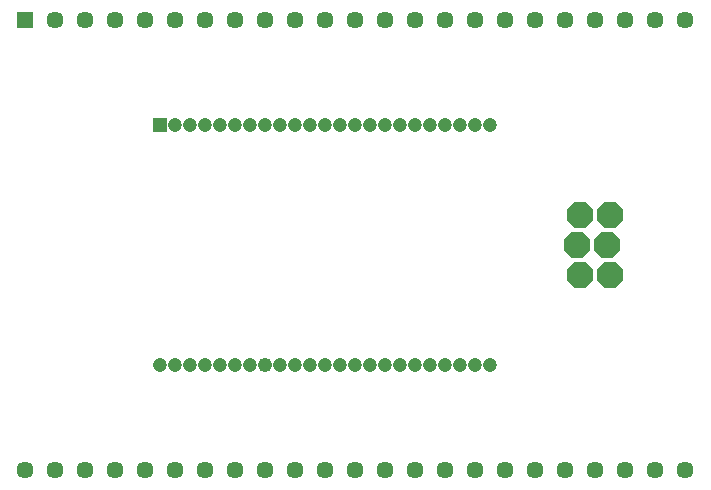
<source format=gbr>
G75*
G70*
%OFA0B0*%
%FSLAX24Y24*%
%IPPOS*%
%LPD*%
%AMOC8*
5,1,8,0,0,1.08239X$1,22.5*
%
%ADD10OC8,0.0888*%
%ADD11C,0.0475*%
%ADD12C,0.0480*%
%ADD13R,0.0475X0.0475*%
%ADD14R,0.0570X0.0570*%
%ADD15C,0.0570*%
D10*
X019601Y007601D03*
X020601Y007601D03*
X020501Y008601D03*
X019501Y008601D03*
X019601Y009601D03*
X020601Y009601D03*
D11*
X016601Y012601D03*
X016101Y012601D03*
X015601Y012601D03*
X015101Y012601D03*
X014601Y012601D03*
X014101Y012601D03*
X013601Y012601D03*
X013101Y012601D03*
X012601Y012601D03*
X012101Y012601D03*
X011601Y012601D03*
X011101Y012601D03*
X010601Y012601D03*
X010101Y012601D03*
X009601Y012601D03*
X009101Y012601D03*
X008601Y012601D03*
X008101Y012601D03*
X007601Y012601D03*
X007101Y012601D03*
X006601Y012601D03*
X006101Y012601D03*
X006101Y004601D03*
X006601Y004601D03*
X007101Y004601D03*
X007601Y004601D03*
X008101Y004601D03*
X008601Y004601D03*
X009601Y004601D03*
X010101Y004601D03*
X010601Y004601D03*
X011101Y004601D03*
X011601Y004601D03*
X012101Y004601D03*
X012601Y004601D03*
X013101Y004601D03*
X013601Y004601D03*
X014101Y004601D03*
X014601Y004601D03*
X015101Y004601D03*
X015601Y004601D03*
X016101Y004601D03*
X016601Y004601D03*
X005601Y004601D03*
D12*
X009101Y004601D03*
D13*
X005601Y012601D03*
D14*
X001101Y016101D03*
D15*
X001101Y001101D03*
X002101Y001101D03*
X003101Y001101D03*
X004101Y001101D03*
X005101Y001101D03*
X006101Y001101D03*
X007101Y001101D03*
X008101Y001101D03*
X009101Y001101D03*
X010101Y001101D03*
X011101Y001101D03*
X012101Y001101D03*
X013101Y001101D03*
X014101Y001101D03*
X015101Y001101D03*
X016101Y001101D03*
X017101Y001101D03*
X018101Y001101D03*
X019101Y001101D03*
X020101Y001101D03*
X021101Y001101D03*
X022101Y001101D03*
X023101Y001101D03*
X023101Y016101D03*
X022101Y016101D03*
X021101Y016101D03*
X020101Y016101D03*
X019101Y016101D03*
X018101Y016101D03*
X017101Y016101D03*
X016101Y016101D03*
X015101Y016101D03*
X014101Y016101D03*
X013101Y016101D03*
X012101Y016101D03*
X011101Y016101D03*
X010101Y016101D03*
X009101Y016101D03*
X008101Y016101D03*
X007101Y016101D03*
X006101Y016101D03*
X005101Y016101D03*
X004101Y016101D03*
X003101Y016101D03*
X002101Y016101D03*
M02*

</source>
